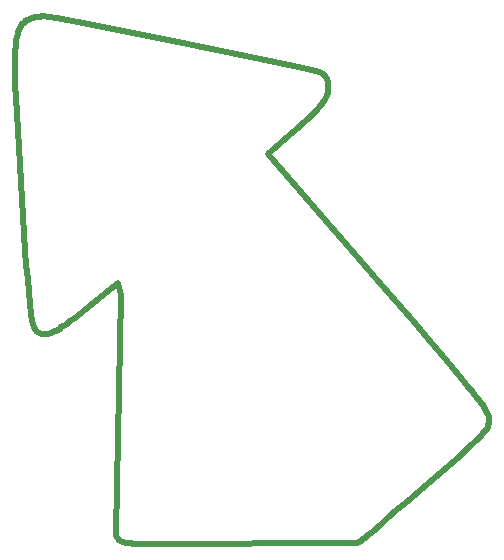
<source format=gbr>
%TF.GenerationSoftware,KiCad,Pcbnew,8.0.5*%
%TF.CreationDate,2024-10-10T15:52:27-04:00*%
%TF.ProjectId,MovieMarqueeSAO,4d6f7669-654d-4617-9271-75656553414f,rev?*%
%TF.SameCoordinates,Original*%
%TF.FileFunction,Profile,NP*%
%FSLAX46Y46*%
G04 Gerber Fmt 4.6, Leading zero omitted, Abs format (unit mm)*
G04 Created by KiCad (PCBNEW 8.0.5) date 2024-10-10 15:52:27*
%MOMM*%
%LPD*%
G01*
G04 APERTURE LIST*
%TA.AperFunction,Profile*%
%ADD10C,0.499999*%
%TD*%
G04 APERTURE END LIST*
D10*
X129800000Y-75100000D02*
X132418594Y-75574303D01*
X140061757Y-77069607D01*
X147838574Y-78675545D01*
X150624237Y-79288141D01*
X152059872Y-79650162D01*
X152133438Y-79678040D01*
X152203448Y-79710470D01*
X152269871Y-79747286D01*
X152332676Y-79788325D01*
X152391833Y-79833422D01*
X152447310Y-79882412D01*
X152499078Y-79935131D01*
X152547105Y-79991415D01*
X152591360Y-80051098D01*
X152631813Y-80114017D01*
X152668434Y-80180007D01*
X152701190Y-80248903D01*
X152730052Y-80320541D01*
X152754989Y-80394757D01*
X152775970Y-80471386D01*
X152792964Y-80550263D01*
X152805940Y-80631224D01*
X152814868Y-80714105D01*
X152819718Y-80798741D01*
X152820457Y-80884967D01*
X152809483Y-81061533D01*
X152781702Y-81242487D01*
X152736865Y-81426514D01*
X152674729Y-81612297D01*
X152595046Y-81798521D01*
X152548548Y-81891387D01*
X152497571Y-81983869D01*
X152430758Y-82090143D01*
X152344366Y-82211959D01*
X152239756Y-82347897D01*
X152118290Y-82496536D01*
X151830233Y-82826233D01*
X151491086Y-83189686D01*
X151111738Y-83575526D01*
X150703082Y-83972389D01*
X150276006Y-84368908D01*
X149841403Y-84753717D01*
X147733521Y-86572727D01*
X157099873Y-97426326D01*
X160107912Y-100915274D01*
X161333865Y-102342039D01*
X162390909Y-103577890D01*
X163291399Y-104638497D01*
X164047685Y-105539528D01*
X164375613Y-105935100D01*
X164672122Y-106296653D01*
X164938756Y-106626148D01*
X165177060Y-106925542D01*
X165388578Y-107196794D01*
X165574854Y-107441863D01*
X165737432Y-107662707D01*
X165877856Y-107861285D01*
X165997670Y-108039556D01*
X166098418Y-108199479D01*
X166181644Y-108343012D01*
X166248893Y-108472113D01*
X166301708Y-108588742D01*
X166341634Y-108694856D01*
X166370214Y-108792416D01*
X166388992Y-108883379D01*
X166399514Y-108969704D01*
X166403322Y-109053349D01*
X166401961Y-109136274D01*
X166396975Y-109220437D01*
X166378969Y-109380460D01*
X166345269Y-109534602D01*
X166289916Y-109689401D01*
X166206950Y-109851394D01*
X166090411Y-110027119D01*
X165934338Y-110223112D01*
X165732772Y-110445911D01*
X165479752Y-110702053D01*
X164795513Y-111340515D01*
X163833940Y-112190796D01*
X160888072Y-114736005D01*
X159510294Y-115932530D01*
X158373725Y-116930406D01*
X156722852Y-118384356D01*
X156421297Y-118644839D01*
X156157872Y-118867505D01*
X155929409Y-119054045D01*
X155732743Y-119206151D01*
X155564705Y-119325517D01*
X155422127Y-119413833D01*
X155359397Y-119446877D01*
X155301844Y-119472792D01*
X155249072Y-119491792D01*
X155200686Y-119504087D01*
X137298446Y-119574090D01*
X136755341Y-119573912D01*
X136490407Y-119568698D01*
X136232368Y-119557016D01*
X136106516Y-119548033D01*
X135983085Y-119536575D01*
X135862309Y-119522354D01*
X135744420Y-119505085D01*
X135629651Y-119484481D01*
X135518234Y-119460257D01*
X135410403Y-119432125D01*
X135306389Y-119399800D01*
X135263901Y-119383768D01*
X135223950Y-119365418D01*
X135186457Y-119344937D01*
X135151345Y-119322509D01*
X135118536Y-119298321D01*
X135087952Y-119272557D01*
X135059515Y-119245402D01*
X135033147Y-119217043D01*
X135008771Y-119187664D01*
X134986308Y-119157450D01*
X134965681Y-119126588D01*
X134946811Y-119095262D01*
X134929621Y-119063658D01*
X134914034Y-119031960D01*
X134899970Y-119000355D01*
X134887352Y-118969027D01*
X134866143Y-118907946D01*
X134849784Y-118850198D01*
X134837651Y-118797268D01*
X134829122Y-118750637D01*
X134820380Y-118682202D01*
X134818574Y-118656755D01*
X135211518Y-98474921D01*
X135023507Y-97522080D01*
X132321863Y-99684222D01*
X131817599Y-100084292D01*
X131357632Y-100440911D01*
X130939062Y-100755032D01*
X130558985Y-101027610D01*
X130382476Y-101148617D01*
X130214502Y-101259595D01*
X130054702Y-101360664D01*
X129902711Y-101451942D01*
X129758168Y-101533548D01*
X129620711Y-101605602D01*
X129489975Y-101668223D01*
X129365599Y-101721530D01*
X129247220Y-101765641D01*
X129134475Y-101800677D01*
X129027002Y-101826756D01*
X128924438Y-101843997D01*
X128826420Y-101852519D01*
X128732586Y-101852442D01*
X128642573Y-101843885D01*
X128556017Y-101826966D01*
X128472558Y-101801805D01*
X128391831Y-101768521D01*
X128313475Y-101727232D01*
X128237126Y-101678059D01*
X128162422Y-101621121D01*
X128089000Y-101556535D01*
X128016498Y-101484422D01*
X127944553Y-101404901D01*
X127901425Y-101325136D01*
X127855586Y-101184612D01*
X127757390Y-100734938D01*
X127653198Y-100083186D01*
X127546242Y-99256662D01*
X127439756Y-98282673D01*
X127336974Y-97188525D01*
X127241129Y-96001525D01*
X127155454Y-94748979D01*
X126435085Y-83070108D01*
X126364837Y-81841139D01*
X126313327Y-80740782D01*
X126282412Y-79762057D01*
X126275256Y-79316125D01*
X126273944Y-78897984D01*
X126278707Y-78506762D01*
X126289778Y-78141586D01*
X126307388Y-77801583D01*
X126331769Y-77485881D01*
X126363152Y-77193608D01*
X126401770Y-76923892D01*
X126447855Y-76675859D01*
X126501638Y-76448638D01*
X126563350Y-76241356D01*
X126633225Y-76053141D01*
X126711493Y-75883120D01*
X126798386Y-75730421D01*
X126894136Y-75594172D01*
X126998976Y-75473499D01*
X127113136Y-75367532D01*
X127236849Y-75275396D01*
X127370346Y-75196221D01*
X127513859Y-75129133D01*
X127667621Y-75073260D01*
X127831862Y-75027730D01*
X128006814Y-74991670D01*
X128192710Y-74964208D01*
X128389781Y-74944472D01*
X128598259Y-74931588D01*
X129800000Y-75100000D01*
M02*

</source>
